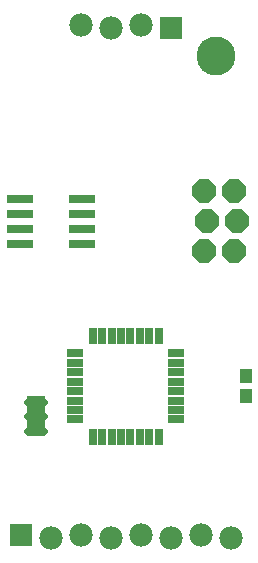
<source format=gts>
G75*
%MOIN*%
%OFA0B0*%
%FSLAX25Y25*%
%IPPOS*%
%LPD*%
%AMOC8*
5,1,8,0,0,1.08239X$1,22.5*
%
%ADD10C,0.12998*%
%ADD11R,0.04337X0.04731*%
%ADD12R,0.07800X0.07800*%
%ADD13C,0.07800*%
%ADD14OC8,0.07800*%
%ADD15R,0.09100X0.02800*%
%ADD16R,0.05400X0.02600*%
%ADD17R,0.02600X0.05400*%
%ADD18C,0.02172*%
%ADD19R,0.06040X0.13760*%
D10*
X0081800Y0176800D03*
D11*
X0091800Y0070146D03*
X0091800Y0063454D03*
D12*
X0016800Y0017300D03*
X0066800Y0186300D03*
D13*
X0056800Y0187300D03*
X0046800Y0186300D03*
X0036800Y0187300D03*
X0036800Y0017300D03*
X0026800Y0016300D03*
X0046800Y0016300D03*
X0056800Y0017300D03*
X0066800Y0016300D03*
X0076800Y0017300D03*
X0086800Y0016300D03*
D14*
X0087800Y0111800D03*
X0088800Y0121800D03*
X0087800Y0131800D03*
X0078800Y0121800D03*
X0077800Y0111800D03*
X0077800Y0131800D03*
D15*
X0037100Y0129300D03*
X0037100Y0124300D03*
X0037100Y0119300D03*
X0037100Y0114300D03*
X0016500Y0114300D03*
X0016500Y0119300D03*
X0016500Y0124300D03*
X0016500Y0129300D03*
D16*
X0034900Y0077824D03*
X0034900Y0074674D03*
X0034900Y0071524D03*
X0034900Y0068375D03*
X0034900Y0065225D03*
X0034900Y0062076D03*
X0034900Y0058926D03*
X0034900Y0055776D03*
X0068700Y0055776D03*
X0068700Y0058926D03*
X0068700Y0062076D03*
X0068700Y0065225D03*
X0068700Y0068375D03*
X0068700Y0071524D03*
X0068700Y0074674D03*
X0068700Y0077824D03*
D17*
X0062824Y0083700D03*
X0059674Y0083700D03*
X0056524Y0083700D03*
X0053375Y0083700D03*
X0050225Y0083700D03*
X0047076Y0083700D03*
X0043926Y0083700D03*
X0040776Y0083700D03*
X0040776Y0049900D03*
X0043926Y0049900D03*
X0047076Y0049900D03*
X0050225Y0049900D03*
X0053375Y0049900D03*
X0056524Y0049900D03*
X0059674Y0049900D03*
X0062824Y0049900D03*
D18*
X0024664Y0052076D02*
X0018936Y0052076D01*
X0018936Y0056800D02*
X0024664Y0056800D01*
X0024664Y0061524D02*
X0018936Y0061524D01*
D19*
X0021790Y0056810D03*
M02*

</source>
